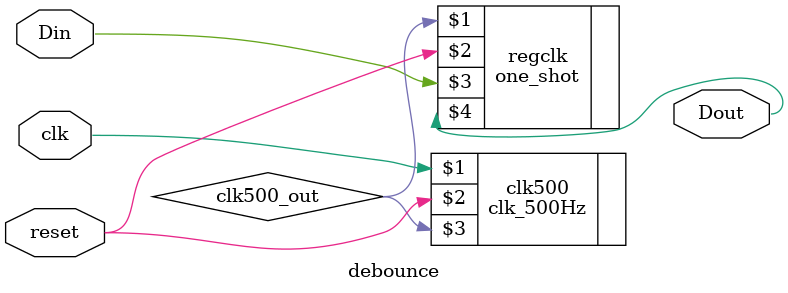
<source format=v>
`timescale 1ns / 1ps
/********************************************************************************
 *
 * Author:   Rosswell Tiongco & Jesus Luciano
 * Email:    rosswelltiongco@gmail.com & jlucian995@gmail.com
 * Filename: clk_500Hz.v
 * Date:     November 27, 2017
 * Version:  2.0
 *
 * Description: Module instantiates clk_divider and one_shot to produce a 
 * one clock length pulse
 *
 *******************************************************************************/
module debounce(clk, reset, Din, Dout);
   //declare inputs
   input clk, reset, Din;
   
   //declare outputs
   output Dout;
   
   //declare wires
   wire clk500_out;

   //clk_500Hz     ( clk_in, reset, clk_out );
   clk_500Hz clk500( clk, reset, clk500_out);

   //one_shot     ( clk_in, reset, Din, Dout );
   one_shot regclk(clk500_out, reset, Din, Dout);

endmodule

</source>
